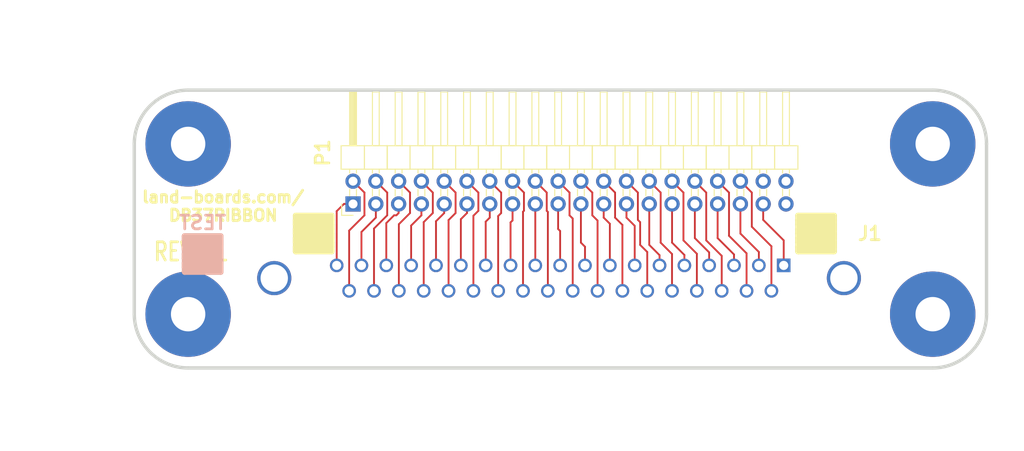
<source format=kicad_pcb>
(kicad_pcb (version 20211014) (generator pcbnew)
  (title_block (title "SWLEDX8") (date "2017-05-28") (rev "X1") (company "Land Boards, LLC"))
  (layers (0 "F.Cu" signal "Front") (31 "B.Cu" signal "Back") (36 "B.SilkS" user "B.Silkscreen") (37 "F.SilkS" user "F.Silkscreen") (38 "B.Mask" user) (39 "F.Mask" user) (44 "Edge.Cuts" user))
  (net 0 "")
  (net 1 "Net-(J1-Pad1)")
  (net 2 "Net-(J1-Pad2)")
  (net 3 "Net-(J1-Pad3)")
  (net 4 "Net-(J1-Pad4)")
  (net 5 "Net-(J1-Pad5)")
  (net 6 "Net-(J1-Pad6)")
  (net 7 "Net-(J1-Pad7)")
  (net 8 "Net-(J1-Pad8)")
  (net 9 "Net-(J1-Pad9)")
  (net 10 "Net-(J1-Pad10)")
  (net 11 "Net-(J1-Pad11)")
  (net 12 "Net-(J1-Pad12)")
  (net 13 "Net-(J1-Pad13)")
  (net 14 "Net-(J1-Pad14)")
  (net 15 "Net-(J1-Pad15)")
  (net 16 "Net-(J1-Pad16)")
  (net 17 "Net-(J1-Pad17)")
  (net 18 "Net-(J1-Pad18)")
  (net 19 "Net-(J1-Pad19)")
  (net 20 "Net-(J1-Pad20)")
  (net 21 "Net-(J1-Pad21)")
  (net 22 "Net-(J1-Pad22)")
  (net 23 "Net-(J1-Pad23)")
  (net 24 "Net-(J1-Pad24)")
  (net 25 "Net-(J1-Pad25)")
  (net 26 "Net-(J1-Pad26)")
  (net 27 "Net-(J1-Pad27)")
  (net 28 "Net-(J1-Pad28)")
  (net 29 "Net-(J1-Pad29)")
  (net 30 "Net-(J1-Pad30)")
  (net 31 "Net-(J1-Pad31)")
  (net 32 "Net-(J1-Pad32)")
  (net 33 "Net-(J1-Pad33)")
  (net 34 "Net-(J1-Pad34)")
  (net 35 "Net-(J1-Pad35)")
  (net 36 "Net-(J1-Pad36)")
  (net 37 "Net-(J1-Pad37)")
  (footprint "Pin_Headers:Pin_Header_Angled_2x20_Pitch2.54mm" (layer "F.Cu") (at 24.384 12.7 90)
    (fp_text reference "P1" (at 5.7 -3.384 90) (layer "F.SilkS") (effects (font (size 1.524 1.524) (thickness 0.3048))))
    (fp_text value "CONN_01X40" hide)
    (fp_line (start 3.88 3.81) (end 6.5 3.81) (layer "F.SilkS") (width 0.12))
    (fp_line (start 12.5 17.4) (end 6.5 17.4) (layer "F.SilkS") (width 0.12))
    (fp_line (start 3.88 3.81) (end 3.88 6.35) (layer "F.SilkS") (width 0.12))
    (fp_line (start 6.5 46.99) (end 6.5 44.45) (layer "F.SilkS") (width 0.12))
    (fp_line (start 12.5 28.32) (end 12.5 27.56) (layer "F.SilkS") (width 0.12))
    (fp_line (start 6.5 13.97) (end 6.5 11.43) (layer "F.SilkS") (width 0.12))
    (fp_line (start 3.88 44.45) (end 3.88 46.99) (layer "F.SilkS") (width 0.12))
    (fp_line (start 0.91 14.86) (end 1.63 14.86) (layer "F.SilkS") (width 0.12))
    (fp_line (start 6.5 -0.02) (end 12.5 -0.02) (layer "F.SilkS") (width 0.12))
    (fp_line (start 6.5 29.21) (end 3.88 29.21) (layer "F.SilkS") (width 0.12))
    (fp_line (start 3.45 30.86) (end 3.88 30.86) (layer "F.SilkS") (width 0.12))
    (fp_line (start 3.88 21.59) (end 6.5 21.59) (layer "F.SilkS") (width 0.12))
    (fp_line (start 3.45 41.02) (end 3.88 41.02) (layer "F.SilkS") (width 0.12))
    (fp_line (start 0.91 27.56) (end 1.63 27.56) (layer "F.SilkS") (width 0.12))
    (fp_line (start 12.5 40.26) (end 6.5 40.26) (layer "F.SilkS") (width 0.12))
    (fp_line (start 3.88 1.27) (end 6.5 1.27) (layer "F.SilkS") (width 0.12))
    (fp_line (start 6.5 12.32) (end 6.5 13.08) (layer "F.SilkS") (width 0.12))
    (fp_line (start 3.88 36.83) (end 6.5 36.83) (layer "F.SilkS") (width 0.12))
    (fp_line (start 6.5 8.89) (end 6.5 6.35) (layer "F.SilkS") (width 0.12))
    (fp_line (start 12.5 12.32) (end 6.5 12.32) (layer "F.SilkS") (width 0.12))
    (fp_line (start 3.88 26.67) (end 6.5 26.67) (layer "F.SilkS") (width 0.12))
    (fp_line (start 0.91 28.32) (end 1.63 28.32) (layer "F.SilkS") (width 0.12))
    (fp_line (start 0.91 35.18) (end 1.63 35.18) (layer "F.SilkS") (width 0.12))
    (fp_line (start 3.45 19.94) (end 3.88 19.94) (layer "F.SilkS") (width 0.12))
    (fp_line (start 6.5 17.4) (end 6.5 18.16) (layer "F.SilkS") (width 0.12))
    (fp_line (start 3.45 43.56) (end 3.88 43.56) (layer "F.SilkS") (width 0.12))
    (fp_line (start 6.5 22.48) (end 6.5 23.24) (layer "F.SilkS") (width 0.12))
    (fp_line (start 6.5 26.67) (end 6.5 24.13) (layer "F.SilkS") (width 0.12))
    (fp_line (start 3.88 6.35) (end 3.88 8.89) (layer "F.SilkS") (width 0.12))
    (fp_line (start 6.5 3.81) (end 3.88 3.81) (layer "F.SilkS") (width 0.12))
    (fp_line (start 6.5 34.29) (end 6.5 31.75) (layer "F.SilkS") (width 0.12))
    (fp_line (start 6.5 8.89) (end 3.88 8.89) (layer "F.SilkS") (width 0.12))
    (fp_line (start 6.5 11.43) (end 3.88 11.43) (layer "F.SilkS") (width 0.12))
    (fp_line (start 12.5 37.72) (end 6.5 37.72) (layer "F.SilkS") (width 0.12))
    (fp_line (start -1.27 0) (end -1.27 -1.27) (layer "F.SilkS") (width 0.12))
    (fp_line (start 6.5 24.13) (end 3.88 24.13) (layer "F.SilkS") (width 0.12))
    (fp_line (start 6.5 49.59) (end 6.5 46.99) (layer "F.SilkS") (width 0.12))
    (fp_line (start 3.45 47.88) (end 3.88 47.88) (layer "F.SilkS") (width 0.12))
    (fp_line (start 3.88 1.27) (end 3.88 3.81) (layer "F.SilkS") (width 0.12))
    (fp_line (start 12.5 27.56) (end 6.5 27.56) (layer "F.SilkS") (width 0.12))
    (fp_line (start 6.5 5.46) (end 12.5 5.46) (layer "F.SilkS") (width 0.12))
    (fp_line (start 6.5 11.43) (end 6.5 8.89) (layer "F.SilkS") (width 0.12))
    (fp_line (start 12.5 45.34) (end 6.5 45.34) (layer "F.SilkS") (width 0.12))
    (fp_line (start 0.91 25.02) (end 1.63 25.02) (layer "F.SilkS") (width 0.12))
    (fp_line (start 0.91 38.48) (end 1.63 38.48) (layer "F.SilkS") (width 0.12))
    (fp_line (start 0.91 40.26) (end 1.63 40.26) (layer "F.SilkS") (width 0.12))
    (fp_line (start 6.5 39.37) (end 3.88 39.37) (layer "F.SilkS") (width 0.12))
    (fp_line (start 3.88 29.21) (end 3.88 31.75) (layer "F.SilkS") (width 0.12))
    (fp_line (start 12.5 47.88) (end 6.5 47.88) (layer "F.SilkS") (width 0.12))
    (fp_line (start 0.91 -0.38) (end 1.63 -0.38) (layer "F.SilkS") (width 0.12))
    (fp_line (start 12.5 23.24) (end 12.5 22.48) (layer "F.SilkS") (width 0.12))
    (fp_line (start 3.45 42.8) (end 3.88 42.8) (layer "F.SilkS") (width 0.12))
    (fp_line (start 3.45 2.92) (end 3.88 2.92) (layer "F.SilkS") (width 0.12))
    (fp_line (start 12.5 43.56) (end 12.5 42.8) (layer "F.SilkS") (width 0.12))
    (fp_line (start 12.5 0.38) (end 12.5 -0.38) (layer "F.SilkS") (width 0.12))
    (fp_line (start 0.91 30.86) (end 1.63 30.86) (layer "F.SilkS") (width 0.12))
    (fp_line (start 12.5 35.94) (end 12.5 35.18) (layer "F.SilkS") (width 0.12))
    (fp_line (start 6.5 13.08) (end 12.5 13.08) (layer "F.SilkS") (width 0.12))
    (fp_line (start 6.5 29.21) (end 6.5 26.67) (layer "F.SilkS") (width 0.12))
    (fp_line (start 12.5 41.02) (end 12.5 40.26) (layer "F.SilkS") (width 0.12))
    (fp_line (start 6.5 33.4) (end 12.5 33.4) (layer "F.SilkS") (width 0.12))
    (fp_line (start 6.5 4.7) (end 6.5 5.46) (layer "F.SilkS") (width 0.12))
    (fp_line (start 12.5 5.46) (end 12.5 4.7) (layer "F.SilkS") (width 0.12))
    (fp_line (start 6.5 41.91) (end 6.5 39.37) (layer "F.SilkS") (width 0.12))
    (fp_line (start 6.5 7.24) (end 6.5 8) (layer "F.SilkS") (width 0.12))
    (fp_line (start 12.5 9.78) (end 6.5 9.78) (layer "F.SilkS") (width 0.12))
    (fp_line (start 6.5 48.64) (end 12.5 48.64) (layer "F.SilkS") (width 0.12))
    (fp_line (start 6.5 32.64) (end 6.5 33.4) (layer "F.SilkS") (width 0.12))
    (fp_line (start 0.91 4.7) (end 1.63 4.7) (layer "F.SilkS") (width 0.12))
    (fp_line (start 0.91 42.8) (end 1.63 42.8) (layer "F.SilkS") (width 0.12))
    (fp_line (start 6.5 31.75) (end 6.5 29.21) (layer "F.SilkS") (width 0.12))
    (fp_line (start 12.5 8) (end 12.5 7.24) (layer "F.SilkS") (width 0.12))
    (fp_line (start 0.91 15.62) (end 1.63 15.62) (layer "F.SilkS") (width 0.12))
    (fp_line (start 6.5 0.1) (end 12.5 0.1) (layer "F.SilkS") (width 0.12))
    (fp_line (start 12.5 18.16) (end 12.5 17.4) (layer "F.SilkS") (width 0.12))
    (fp_line (start 3.45 15.62) (end 3.88 15.62) (layer "F.SilkS") (width 0.12))
    (fp_line (start 3.45 48.64) (end 3.88 48.64) (layer "F.SilkS") (width 0.12))
    (fp_line (start 6.5 23.24) (end 12.5 23.24) (layer "F.SilkS") (width 0.12))
    (fp_line (start -1.27 -1.27) (end 0 -1.27) (layer "F.SilkS") (width 0.12))
    (fp_line (start 6.5 -0.26) (end 12.5 -0.26) (layer "F.SilkS") (width 0.12))
    (fp_line (start 6.5 45.34) (end 6.5 46.1) (layer "F.SilkS") (width 0.12))
    (fp_line (start 3.45 25.02) (end 3.88 25.02) (layer "F.SilkS") (width 0.12))
    (fp_line (start 0.91 47.88) (end 1.63 47.88) (layer "F.SilkS") (width 0.12))
    (fp_line (start 6.5 35.94) (end 12.5 35.94) (layer "F.SilkS") (width 0.12))
    (fp_line (start 3.45 23.24) (end 3.88 23.24) (layer "F.SilkS") (width 0.12))
    (fp_line (start 3.45 25.78) (end 3.88 25.78) (layer "F.SilkS") (width 0.12))
    (fp_line (start 6.5 40.26) (end 6.5 41.02) (layer "F.SilkS") (width 0.12))
    (fp_line (start 0.91 45.34) (end 1.63 45.34) (layer "F.SilkS") (width 0.12))
    (fp_line (start 3.88 19.05) (end 6.5 19.05) (layer "F.SilkS") (width 0.12))
    (fp_line (start 3.45 2.16) (end 3.88 2.16) (layer "F.SilkS") (width 0.12))
    (fp_line (start 12.5 30.86) (end 12.5 30.1) (layer "F.SilkS") (width 0.12))
    (fp_line (start 3.88 11.43) (end 3.88 13.97) (layer "F.SilkS") (width 0.12))
    (fp_line (start 12.5 2.92) (end 12.5 2.16) (layer "F.SilkS") (width 0.12))
    (fp_line (start 6.5 0.38) (end 12.5 0.38) (layer "F.SilkS") (width 0.12))
    (fp_line (start 6.5 31.75) (end 3.88 31.75) (layer "F.SilkS") (width 0.12))
    (fp_line (start 3.45 4.7) (end 3.88 4.7) (layer "F.SilkS") (width 0.12))
    (fp_line (start 3.45 33.4) (end 3.88 33.4) (layer "F.SilkS") (width 0.12))
    (fp_line (start 6.5 47.88) (end 6.5 48.64) (layer "F.SilkS") (width 0.12))
    (fp_line (start 6.5 20.7) (end 12.5 20.7) (layer "F.SilkS") (width 0.12))
    (fp_line (start 3.45 0.38) (end 3.88 0.38) (layer "F.SilkS") (width 0.12))
    (fp_line (start 6.5 26.67) (end 3.88 26.67) (layer "F.SilkS") (width 0.12))
    (fp_line (start 6.5 30.86) (end 12.5 30.86) (layer "F.SilkS") (width 0.12))
    (fp_line (start 6.5 34.29) (end 3.88 34.29) (layer "F.SilkS") (width 0.12))
    (fp_line (start 3.88 13.97) (end 3.88 16.51) (layer "F.SilkS") (width 0.12))
    (fp_line (start 6.5 6.35) (end 6.5 3.81) (layer "F.SilkS") (width 0.12))
    (fp_line (start 12.5 22.48) (end 6.5 22.48) (layer "F.SilkS") (width 0.12))
    (fp_line (start 0.91 25.78) (end 1.63 25.78) (layer "F.SilkS") (width 0.12))
    (fp_line (start 6.5 14.86) (end 6.5 15.62) (layer "F.SilkS") (width 0.12))
    (fp_line (start 6.5 46.99) (end 3.88 46.99) (layer "F.SilkS") (width 0.12))
    (fp_line (start 0.91 23.24) (end 1.63 23.24) (layer "F.SilkS") (width 0.12))
    (fp_line (start 3.88 41.91) (end 6.5 41.91) (layer "F.SilkS") (width 0.12))
    (fp_line (start 12.5 15.62) (end 12.5 14.86) (layer "F.SilkS") (width 0.12))
    (fp_line (start 3.45 46.1) (end 3.88 46.1) (layer "F.SilkS") (width 0.12))
    (fp_line (start 0.91 18.16) (end 1.63 18.16) (layer "F.SilkS") (width 0.12))
    (fp_line (start 3.45 14.86) (end 3.88 14.86) (layer "F.SilkS") (width 0.12))
    (fp_line (start 12.5 4.7) (end 6.5 4.7) (layer "F.SilkS") (width 0.12))
    (fp_line (start 12.5 19.94) (end 6.5 19.94) (layer "F.SilkS") (width 0.12))
    (fp_line (start 0.91 20.7) (end 1.63 20.7) (layer "F.SilkS") (width 0.12))
    (fp_line (start 12.5 38.48) (end 12.5 37.72) (layer "F.SilkS") (width 0.12))
    (fp_line (start 6.5 44.45) (end 3.88 44.45) (layer "F.SilkS") (width 0.12))
    (fp_line (start 0.91 0.38) (end 1.63 0.38) (layer "F.SilkS") (width 0.12))
    (fp_line (start 12.5 25.78) (end 12.5 25.02) (layer "F.SilkS") (width 0.12))
    (fp_line (start 3.88 8.89) (end 6.5 8.89) (layer "F.SilkS") (width 0.12))
    (fp_line (start 3.45 18.16) (end 3.88 18.16) (layer "F.SilkS") (width 0.12))
    (fp_line (start 6.5 8) (end 12.5 8) (layer "F.SilkS") (width 0.12))
    (fp_line (start 3.45 37.72) (end 3.88 37.72) (layer "F.SilkS") (width 0.12))
    (fp_line (start 6.5 -0.14) (end 12.5 -0.14) (layer "F.SilkS") (width 0.12))
    (fp_line (start 0.91 32.64) (end 1.63 32.64) (layer "F.SilkS") (width 0.12))
    (fp_line (start 3.88 34.29) (end 3.88 36.83) (layer "F.SilkS") (width 0.12))
    (fp_line (start 6.5 1.27) (end 6.5 -1.33) (layer "F.SilkS") (width 0.12))
    (fp_line (start 12.5 32.64) (end 6.5 32.64) (layer "F.SilkS") (width 0.12))
    (fp_line (start 0.91 35.94) (end 1.63 35.94) (layer "F.SilkS") (width 0.12))
    (fp_line (start 3.88 46.99) (end 3.88 49.59) (layer "F.SilkS") (width 0.12))
    (fp_line (start 3.88 39.37) (end 6.5 39.37) (layer "F.SilkS") (width 0.12))
    (fp_line (start 3.45 13.08) (end 3.88 13.08) (layer "F.SilkS") (width 0.12))
    (fp_line (start 3.88 31.75) (end 6.5 31.75) (layer "F.SilkS") (width 0.12))
    (fp_line (start 3.45 -0.38) (end 3.88 -0.38) (layer "F.SilkS") (width 0.12))
    (fp_line (start 12.5 25.02) (end 6.5 25.02) (layer "F.SilkS") (width 0.12))
    (fp_line (start 6.5 16.51) (end 3.88 16.51) (layer "F.SilkS") (width 0.12))
    (fp_line (start 0.91 30.1) (end 1.63 30.1) (layer "F.SilkS") (width 0.12))
    (fp_line (start 6.5 46.1) (end 12.5 46.1) (layer "F.SilkS") (width 0.12))
    (fp_line (start 0.91 17.4) (end 1.63 17.4) (layer "F.SilkS") (width 0.12))
    (fp_line (start 12.5 42.8) (end 6.5 42.8) (layer "F.SilkS") (width 0.12))
    (fp_line (start 12.5 10.54) (end 12.5 9.78) (layer "F.SilkS") (width 0.12))
    (fp_line (start 3.45 5.46) (end 3.88 5.46) (layer "F.SilkS") (width 0.12))
    (fp_line (start 3.88 13.97) (end 6.5 13.97) (layer "F.SilkS") (width 0.12))
    (fp_line (start 3.88 39.37) (end 3.88 41.91) (layer "F.SilkS") (width 0.12))
    (fp_line (start 6.5 27.56) (end 6.5 28.32) (layer "F.SilkS") (width 0.12))
    (fp_line (start 0.91 2.16) (end 1.63 2.16) (layer "F.SilkS") (width 0.12))
    (fp_line (start 6.5 6.35) (end 3.88 6.35) (layer "F.SilkS") (width 0.12))
    (fp_line (start 6.5 13.97) (end 3.88 13.97) (layer "F.SilkS") (width 0.12))
    (fp_line (start 0.91 37.72) (end 1.63 37.72) (layer "F.SilkS") (width 0.12))
    (fp_line (start 3.88 -1.33) (end 3.88 1.27) (layer "F.SilkS") (width 0.12))
    (fp_line (start 3.88 46.99) (end 6.5 46.99) (layer "F.SilkS") (width 0.12))
    (fp_line (start 6.5 21.59) (end 6.5 19.05) (layer "F.SilkS") (width 0.12))
    (fp_line (start 3.45 32.64) (end 3.88 32.64) (layer "F.SilkS") (width 0.12))
    (fp_line (start 6.5 30.1) (end 6.5 30.86) (layer "F.SilkS") (width 0.12))
    (fp_line (start 6.5 1.27) (end 3.88 1.27) (layer "F.SilkS") (width 0.12))
    (fp_line (start 3.45 35.18) (end 3.88 35.18) (layer "F.SilkS") (width 0.12))
    (fp_line (start 6.5 25.78) (end 12.5 25.78) (layer "F.SilkS") (width 0.12))
    (fp_line (start 6.5 2.92) (end 12.5 2.92) (layer "F.SilkS") (width 0.12))
    (fp_line (start 6.5 16.51) (end 6.5 13.97) (layer "F.SilkS") (width 0.12))
    (fp_line (start 3.45 30.1) (end 3.88 30.1) (layer "F.SilkS") (width 0.12))
    (fp_line (start 0.91 9.78) (end 1.63 9.78) (layer "F.SilkS") (width 0.12))
    (fp_line (start 6.5 24.13) (end 6.5 21.59) (layer "F.SilkS") (width 0.12))
    (fp_line (start 12.5 13.08) (end 12.5 12.32) (layer "F.SilkS") (width 0.12))
    (fp_line (start 3.88 49.59) (end 6.5 49.59) (layer "F.SilkS") (width 0.12))
    (fp_line (start 0.91 5.46) (end 1.63 5.46) (layer "F.SilkS") (width 0.12))
    (fp_line (start 6.5 18.16) (end 12.5 18.16) (layer "F.SilkS") (width 0.12))
    (fp_line (start 12.5 46.1) (end 12.5 45.34) (layer "F.SilkS") (width 0.12))
    (fp_line (start 6.5 37.72) (end 6.5 38.48) (layer "F.SilkS") (width 0.12))
    (fp_line (start 0.91 33.4) (end 1.63 33.4) (layer "F.SilkS") (width 0.12))
    (fp_line (start 6.5 38.48) (end 12.5 38.48) (layer "F.SilkS") (width 0.12))
    (fp_line (start 3.45 27.56) (end 3.88 27.56) (layer "F.SilkS") (width 0.12))
    (fp_line (start 3.88 19.05) (end 3.88 21.59) (layer "F.SilkS") (width 0.12))
    (fp_line (start 0.91 8) (end 1.63 8) (layer "F.SilkS") (width 0.12))
    (fp_line (start 3.45 40.26) (end 3.88 40.26) (layer "F.SilkS") (width 0.12))
    (fp_line (start 6.5 19.05) (end 3.88 19.05) (layer "F.SilkS") (width 0.12))
    (fp_line (start 3.88 26.67) (end 3.88 29.21) (layer "F.SilkS") (width 0.12))
    (fp_line (start 12.5 -0.38) (end 6.5 -0.38) (layer "F.SilkS") (width 0.12))
    (fp_line (start 12.5 20.7) (end 12.5 19.94) (layer "F.SilkS") (width 0.12))
    (fp_line (start 12.5 2.16) (end 6.5 2.16) (layer "F.SilkS") (width 0.12))
    (fp_line (start 3.88 16.51) (end 6.5 16.51) (layer "F.SilkS") (width 0.12))
    (fp_line (start 3.45 7.24) (end 3.88 7.24) (layer "F.SilkS") (width 0.12))
    (fp_line (start 0.91 22.48) (end 1.63 22.48) (layer "F.SilkS") (width 0.12))
    (fp_line (start 0.91 2.92) (end 1.63 2.92) (layer "F.SilkS") (width 0.12))
    (fp_line (start 6.5 43.56) (end 12.5 43.56) (layer "F.SilkS") (width 0.12))
    (fp_line (start 6.5 42.8) (end 6.5 43.56) (layer "F.SilkS") (width 0.12))
    (fp_line (start 6.5 -0.38) (end 6.5 0.38) (layer "F.SilkS") (width 0.12))
    (fp_line (start 6.5 2.16) (end 6.5 2.92) (layer "F.SilkS") (width 0.12))
    (fp_line (start 12.5 35.18) (end 6.5 35.18) (layer "F.SilkS") (width 0.12))
    (fp_line (start 12.5 48.64) (end 12.5 47.88) (layer "F.SilkS") (width 0.12))
    (fp_line (start 3.88 6.35) (end 6.5 6.35) (layer "F.SilkS") (width 0.12))
    (fp_line (start 3.45 45.34) (end 3.88 45.34) (layer "F.SilkS") (width 0.12))
    (fp_line (start 6.5 10.54) (end 12.5 10.54) (layer "F.SilkS") (width 0.12))
    (fp_line (start 0.91 13.08) (end 1.63 13.08) (layer "F.SilkS") (width 0.12))
    (fp_line (start 3.88 8.89) (end 3.88 11.43) (layer "F.SilkS") (width 0.12))
    (fp_line (start 6.5 19.05) (end 6.5 16.51) (layer "F.SilkS") (width 0.12))
    (fp_line (start 6.5 35.18) (end 6.5 35.94) (layer "F.SilkS") (width 0.12))
    (fp_line (start 6.5 25.02) (end 6.5 25.78) (layer "F.SilkS") (width 0.12))
    (fp_line (start 6.5 36.83) (end 6.5 34.29) (layer "F.SilkS") (width 0.12))
    (fp_line (start 3.88 11.43) (end 6.5 11.43) (layer "F.SilkS") (width 0.12))
    (fp_line (start 3.45 10.54) (end 3.88 10.54) (layer "F.SilkS") (width 0.12))
    (fp_line (start 6.5 44.45) (end 6.5 41.91) (layer "F.SilkS") (width 0.12))
    (fp_line (start 12.5 30.1) (end 6.5 30.1) (layer "F.SilkS") (width 0.12))
    (fp_line (start 3.45 17.4) (end 3.88 17.4) (layer "F.SilkS") (width 0.12))
    (fp_line (start 0.91 43.56) (end 1.63 43.56) (layer "F.SilkS") (width 0.12))
    (fp_line (start 3.45 22.48) (end 3.88 22.48) (layer "F.SilkS") (width 0.12))
    (fp_line (start 0.91 48.64) (end 1.63 48.64) (layer "F.SilkS") (width 0.12))
    (fp_line (start 6.5 0.22) (end 12.5 0.22) (layer "F.SilkS") (width 0.12))
    (fp_line (start 3.88 24.13) (end 6.5 24.13) (layer "F.SilkS") (width 0.12))
    (fp_line (start 3.88 29.21) (end 6.5 29.21) (layer "F.SilkS") (width 0.12))
    (fp_line (start 3.88 41.91) (end 3.88 44.45) (layer "F.SilkS") (width 0.12))
    (fp_line (start 3.88 31.75) (end 3.88 34.29) (layer "F.SilkS") (width 0.12))
    (fp_line (start 0.91 41.02) (end 1.63 41.02) (layer "F.SilkS") (width 0.12))
    (fp_line (start 0.91 10.54) (end 1.63 10.54) (layer "F.SilkS") (width 0.12))
    (fp_line (start 6.5 15.62) (end 12.5 15.62) (layer "F.SilkS") (width 0.12))
    (fp_line (start 6.5 -1.33) (end 3.88 -1.33) (layer "F.SilkS") (width 0.12))
    (fp_line (start 6.5 9.78) (end 6.5 10.54) (layer "F.SilkS") (width 0.12))
    (fp_line (start 3.88 44.45) (end 6.5 44.45) (layer "F.SilkS") (width 0.12))
    (fp_line (start 3.45 38.48) (end 3.88 38.48) (layer "F.SilkS") (width 0.12))
    (fp_line (start 0.91 7.24) (end 1.63 7.24) (layer "F.SilkS") (width 0.12))
    (fp_line (start 6.5 36.83) (end 3.88 36.83) (layer "F.SilkS") (width 0.12))
    (fp_line (start 3.45 20.7) (end 3.88 20.7) (layer "F.SilkS") (width 0.12))
    (fp_line (start 12.5 14.86) (end 6.5 14.86) (layer "F.SilkS") (width 0.12))
    (fp_line (start 0.91 12.32) (end 1.63 12.32) (layer "F.SilkS") (width 0.12))
    (fp_line (start 12.5 7.24) (end 6.5 7.24) (layer "F.SilkS") (width 0.12))
    (fp_line (start 6.5 39.37) (end 6.5 36.83) (layer "F.SilkS") (width 0.12))
    (fp_line (start 3.45 9.78) (end 3.88 9.78) (layer "F.SilkS") (width 0.12))
    (fp_line (start 3.45 35.94) (end 3.88 35.94) (layer "F.SilkS") (width 0.12))
    (fp_line (start 3.88 24.13) (end 3.88 26.67) (layer "F.SilkS") (width 0.12))
    (fp_line (start 6.5 28.32) (end 12.5 28.32) (layer "F.SilkS") (width 0.12))
    (fp_line (start 0.91 19.94) (end 1.63 19.94) (layer "F.SilkS") (width 0.12))
    (fp_line (start 3.88 36.83) (end 3.88 39.37) (layer "F.SilkS") (width 0.12))
    (fp_line (start 3.88 21.59) (end 3.88 24.13) (layer "F.SilkS") (width 0.12))
    (fp_line (start 3.45 8) (end 3.88 8) (layer "F.SilkS") (width 0.12))
    (fp_line (start 6.5 41.91) (end 3.88 41.91) (layer "F.SilkS") (width 0.12))
    (fp_line (start 3.88 16.51) (end 3.88 19.05) (layer "F.SilkS") (width 0.12))
    (fp_line (start 0.91 46.1) (end 1.63 46.1) (layer "F.SilkS") (width 0.12))
    (fp_line (start 6.5 3.81) (end 6.5 1.27) (layer "F.SilkS") (width 0.12))
    (fp_line (start 3.88 34.29) (end 6.5 34.29) (layer "F.SilkS") (width 0.12))
    (fp_line (start 6.5 21.59) (end 3.88 21.59) (layer "F.SilkS") (width 0.12))
    (fp_line (start 6.5 0.34) (end 12.5 0.34) (layer "F.SilkS") (width 0.12))
    (fp_line (start 6.5 19.94) (end 6.5 20.7) (layer "F.SilkS") (width 0.12))
    (fp_line (start 3.45 28.32) (end 3.88 28.32) (layer "F.SilkS") (width 0.12))
    (fp_line (start 12.5 33.4) (end 12.5 32.64) (layer "F.SilkS") (width 0.12))
    (fp_line (start 6.5 41.02) (end 12.5 41.02) (layer "F.SilkS") (width 0.12))
    (fp_line (start 3.45 12.32) (end 3.88 12.32) (layer "F.SilkS") (width 0.12))
    (pad "1" thru_hole rect locked (at 0 0 90) (size 1.7 1.7) (drill 1) (layers *.Cu *.Mask) (net 19 "Net-(J1-Pad19)"))
    (pad "2" thru_hole oval locked (at 2.54 0 90) (size 1.7 1.7) (drill 1) (layers *.Cu *.Mask) (net 37 "Net-(J1-Pad37)"))
    (pad "3" thru_hole oval locked (at 0 2.54 90) (size 1.7 1.7) (drill 1) (layers *.Cu *.Mask) (net 18 "Net-(J1-Pad18)"))
    (pad "4" thru_hole oval locked (at 2.54 2.54 90) (size 1.7 1.7) (drill 1) (layers *.Cu *.Mask) (net 36 "Net-(J1-Pad36)"))
    (pad "5" thru_hole oval locked (at 0 5.08 90) (size 1.7 1.7) (drill 1) (layers *.Cu *.Mask) (net 17 "Net-(J1-Pad17)"))
    (pad "6" thru_hole oval locked (at 2.54 5.08 90) (size 1.7 1.7) (drill 1) (layers *.Cu *.Mask) (net 35 "Net-(J1-Pad35)"))
    (pad "7" thru_hole oval locked (at 0 7.62 90) (size 1.7 1.7) (drill 1) (layers *.Cu *.Mask) (net 16 "Net-(J1-Pad16)"))
    (pad "8" thru_hole oval locked (at 2.54 7.62 90) (size 1.7 1.7) (drill 1) (layers *.Cu *.Mask) (net 34 "Net-(J1-Pad34)"))
    (pad "9" thru_hole oval locked (at 0 10.16 90) (size 1.7 1.7) (drill 1) (layers *.Cu *.Mask) (net 15 "Net-(J1-Pad15)"))
    (pad "10" thru_hole oval locked (at 2.54 10.16 90) (size 1.7 1.7) (drill 1) (layers *.Cu *.Mask) (net 33 "Net-(J1-Pad33)"))
    (pad "11" thru_hole oval locked (at 0 12.7 90) (size 1.7 1.7) (drill 1) (layers *.Cu *.Mask) (net 14 "Net-(J1-Pad14)"))
    (pad "12" thru_hole oval locked (at 2.54 12.7 90) (size 1.7 1.7) (drill 1) (layers *.Cu *.Mask) (net 32 "Net-(J1-Pad32)"))
    (pad "13" thru_hole oval locked (at 0 15.24 90) (size 1.7 1.7) (drill 1) (layers *.Cu *.Mask) (net 13 "Net-(J1-Pad13)"))
    (pad "14" thru_hole oval locked (at 2.54 15.24 90) (size 1.7 1.7) (drill 1) (layers *.Cu *.Mask) (net 31 "Net-(J1-Pad31)"))
    (pad "15" thru_hole oval locked (at 0 17.78 90) (size 1.7 1.7) (drill 1) (layers *.Cu *.Mask) (net 12 "Net-(J1-Pad12)"))
    (pad "16" thru_hole oval locked (at 2.54 17.78 90) (size 1.7 1.7) (drill 1) (layers *.Cu *.Mask) (net 30 "Net-(J1-Pad30)"))
    (pad "17" thru_hole oval locked (at 0 20.32 90) (size 1.7 1.7) (drill 1) (layers *.Cu *.Mask) (net 11 "Net-(J1-Pad11)"))
    (pad "18" thru_hole oval locked (at 2.54 20.32 90) (size 1.7 1.7) (drill 1) (layers *.Cu *.Mask) (net 29 "Net-(J1-Pad29)"))
    (pad "19" thru_hole oval locked (at 0 22.86 90) (size 1.7 1.7) (drill 1) (layers *.Cu *.Mask) (net 10 "Net-(J1-Pad10)"))
    (pad "20" thru_hole oval locked (at 2.54 22.86 90) (size 1.7 1.7) (drill 1) (layers *.Cu *.Mask) (net 28 "Net-(J1-Pad28)"))
    (pad "21" thru_hole oval locked (at 0 25.4 90) (size 1.7 1.7) (drill 1) (layers *.Cu *.Mask) (net 9 "Net-(J1-Pad9)"))
    (pad "22" thru_hole oval locked (at 2.54 25.4 90) (size 1.7 1.7) (drill 1) (layers *.Cu *.Mask) (net 27 "Net-(J1-Pad27)"))
    (pad "23" thru_hole oval locked (at 0 27.94 90) (size 1.7 1.7) (drill 1) (layers *.Cu *.Mask) (net 8 "Net-(J1-Pad8)"))
    (pad "24" thru_hole oval locked (at 2.54 27.94 90) (size 1.7 1.7) (drill 1) (layers *.Cu *.Mask) (net 26 "Net-(J1-Pad26)"))
    (pad "25" thru_hole oval locked (at 0 30.48 90) (size 1.7 1.7) (drill 1) (layers *.Cu *.Mask) (net 7 "Net-(J1-Pad7)"))
    (pad "26" thru_hole oval locked (at 2.54 30.48 90) (size 1.7 1.7) (drill 1) (layers *.Cu *.Mask) (net 25 "Net-(J1-Pad25)"))
    (pad "27" thru_hole oval locked (at 0 33.02 90) (size 1.7 1.7) (drill 1) (layers *.Cu *.Mask) (net 6 "Net-(J1-Pad6)"))
    (pad "28" thru_hole oval locked (at 2.54 33.02 90) (size 1.7 1.7) (drill 1) (layers *.Cu *.Mask) (net 24 "Net-(J1-Pad24)"))
    (pad "29" thru_hole oval locked (at 0 35.56 90) (size 1.7 1.7) (drill 1) (layers *.Cu *.Mask) (net 5 "Net-(J1-Pad5)"))
    (pad "30" thru_hole oval locked (at 2.54 35.56 90) (size 1.7 1.7) (drill 1) (layers *.Cu *.Mask) (net 23 "Net-(J1-Pad23)"))
    (pad "31" thru_hole oval locked (at 0 38.1 90) (size 1.7 1.7) (drill 1) (layers *.Cu *.Mask) (net 4 "Net-(J1-Pad4)"))
    (pad "32" thru_hole oval locked (at 2.54 38.1 90) (size 1.7 1.7) (drill 1) (layers *.Cu *.Mask) (net 22 "Net-(J1-Pad22)"))
    (pad "33" thru_hole oval locked (at 0 40.64 90) (size 1.7 1.7) (drill 1) (layers *.Cu *.Mask) (net 3 "Net-(J1-Pad3)"))
    (pad "34" thru_hole oval locked (at 2.54 40.64 90) (size 1.7 1.7) (drill 1) (layers *.Cu *.Mask) (net 21 "Net-(J1-Pad21)"))
    (pad "35" thru_hole oval locked (at 0 43.18 90) (size 1.7 1.7) (drill 1) (layers *.Cu *.Mask) (net 2 "Net-(J1-Pad2)"))
    (pad "36" thru_hole oval locked (at 2.54 43.18 90) (size 1.7 1.7) (drill 1) (layers *.Cu *.Mask) (net 20 "Net-(J1-Pad20)"))
    (pad "37" thru_hole oval locked (at 0 45.72 90) (size 1.7 1.7) (drill 1) (layers *.Cu *.Mask) (net 1 "Net-(J1-Pad1)"))
    (pad "38" thru_hole oval locked (at 2.54 45.72 90) (size 1.7 1.7) (drill 1) (layers *.Cu *.Mask))
    (pad "39" thru_hole oval locked (at 0 48.26 90) (size 1.7 1.7) (drill 1) (layers *.Cu *.Mask))
    (pad "40" thru_hole oval locked (at 2.54 48.26 90) (size 1.7 1.7) (drill 1) (layers *.Cu *.Mask))
  )
  (footprint "LandBoards_Conns:DB37FC_FIXED" (layer "F.Cu") (at 72.39 19.558 180)
    (fp_text reference "J1" (at -9.61 3.558) (layer "F.SilkS") (effects (font (size 1.524 1.524) (thickness 0.3048))))
    (fp_text value "DB37" hide)
    (pad "1" thru_hole rect locked (at 0 0) (size 1.52 1.52) (drill 1.02) (layers *.Cu *.Mask *.Fab) (net 1 "Net-(J1-Pad1)"))
    (pad "2" thru_hole circle locked (at 2.77 0) (size 1.52 1.52) (drill 1.02) (layers *.Cu *.Mask) (net 2 "Net-(J1-Pad2)"))
    (pad "3" thru_hole circle locked (at 5.54 0) (size 1.52 1.52) (drill 1.02) (layers *.Cu *.Mask) (net 3 "Net-(J1-Pad3)"))
    (pad "4" thru_hole circle locked (at 8.31 0) (size 1.52 1.52) (drill 1.02) (layers *.Cu *.Mask) (net 4 "Net-(J1-Pad4)"))
    (pad "5" thru_hole circle locked (at 11.07 0) (size 1.52 1.52) (drill 1.02) (layers *.Cu *.Mask) (net 5 "Net-(J1-Pad5)"))
    (pad "6" thru_hole circle locked (at 13.84 0) (size 1.52 1.52) (drill 1.02) (layers *.Cu *.Mask) (net 6 "Net-(J1-Pad6)"))
    (pad "7" thru_hole circle locked (at 16.61 0) (size 1.52 1.52) (drill 1.02) (layers *.Cu *.Mask) (net 7 "Net-(J1-Pad7)"))
    (pad "8" thru_hole circle locked (at 19.38 0) (size 1.52 1.52) (drill 1.02) (layers *.Cu *.Mask) (net 8 "Net-(J1-Pad8)"))
    (pad "9" thru_hole circle locked (at 22.15 0) (size 1.52 1.52) (drill 1.02) (layers *.Cu *.Mask) (net 9 "Net-(J1-Pad9)"))
    (pad "10" thru_hole circle locked (at 24.92 0) (size 1.52 1.52) (drill 1.02) (layers *.Cu *.Mask) (net 10 "Net-(J1-Pad10)"))
    (pad "11" thru_hole circle locked (at 27.69 0) (size 1.52 1.52) (drill 1.02) (layers *.Cu *.Mask) (net 11 "Net-(J1-Pad11)"))
    (pad "12" thru_hole circle locked (at 30.45 0) (size 1.52 1.52) (drill 1.02) (layers *.Cu *.Mask) (net 12 "Net-(J1-Pad12)"))
    (pad "13" thru_hole circle locked (at 33.22 0) (size 1.52 1.52) (drill 1.02) (layers *.Cu *.Mask) (net 13 "Net-(J1-Pad13)"))
    (pad "14" thru_hole circle locked (at 35.99 0) (size 1.52 1.52) (drill 1.02) (layers *.Cu *.Mask) (net 14 "Net-(J1-Pad14)"))
    (pad "15" thru_hole circle locked (at 38.76 0) (size 1.52 1.52) (drill 1.02) (layers *.Cu *.Mask) (net 15 "Net-(J1-Pad15)"))
    (pad "16" thru_hole circle locked (at 41.53 0) (size 1.52 1.52) (drill 1.02) (layers *.Cu *.Mask) (net 16 "Net-(J1-Pad16)"))
    (pad "17" thru_hole circle locked (at 44.3 0) (size 1.52 1.52) (drill 1.02) (layers *.Cu *.Mask) (net 17 "Net-(J1-Pad17)"))
    (pad "18" thru_hole circle locked (at 47.07 0) (size 1.52 1.52) (drill 1.02) (layers *.Cu *.Mask) (net 18 "Net-(J1-Pad18)"))
    (pad "19" thru_hole circle locked (at 49.83 0) (size 1.52 1.52) (drill 1.02) (layers *.Cu *.Mask) (net 19 "Net-(J1-Pad19)"))
    (pad "20" thru_hole circle locked (at 1.37 -2.84) (size 1.52 1.52) (drill 1.02) (layers *.Cu *.Mask) (net 20 "Net-(J1-Pad20)"))
    (pad "21" thru_hole circle locked (at 4.14 -2.84) (size 1.52 1.52) (drill 1.02) (layers *.Cu *.Mask) (net 21 "Net-(J1-Pad21)"))
    (pad "22" thru_hole circle locked (at 6.91 -2.84) (size 1.52 1.52) (drill 1.02) (layers *.Cu *.Mask) (net 22 "Net-(J1-Pad22)"))
    (pad "23" thru_hole circle locked (at 9.68 -2.84) (size 1.52 1.52) (drill 1.02) (layers *.Cu *.Mask) (net 23 "Net-(J1-Pad23)"))
    (pad "24" thru_hole circle locked (at 12.45 -2.84) (size 1.52 1.52) (drill 1.02) (layers *.Cu *.Mask) (net 24 "Net-(J1-Pad24)"))
    (pad "25" thru_hole circle locked (at 15.21 -2.84) (size 1.52 1.52) (drill 1.02) (layers *.Cu *.Mask) (net 25 "Net-(J1-Pad25)"))
    (pad "26" thru_hole circle locked (at 17.98 -2.84) (size 1.52 1.52) (drill 1.02) (layers *.Cu *.Mask) (net 26 "Net-(J1-Pad26)"))
    (pad "27" thru_hole circle locked (at 20.75 -2.84) (size 1.52 1.52) (drill 1.02) (layers *.Cu *.Mask) (net 27 "Net-(J1-Pad27)"))
    (pad "28" thru_hole circle locked (at 23.52 -2.84) (size 1.52 1.52) (drill 1.02) (layers *.Cu *.Mask) (net 28 "Net-(J1-Pad28)"))
    (pad "29" thru_hole circle locked (at 26.29 -2.84) (size 1.52 1.52) (drill 1.02) (layers *.Cu *.Mask) (net 29 "Net-(J1-Pad29)"))
    (pad "30" thru_hole circle locked (at 29.06 -2.84) (size 1.52 1.52) (drill 1.02) (layers *.Cu *.Mask) (net 30 "Net-(J1-Pad30)"))
    (pad "31" thru_hole circle locked (at 31.83 -2.84) (size 1.52 1.52) (drill 1.02) (layers *.Cu *.Mask) (net 31 "Net-(J1-Pad31)"))
    (pad "32" thru_hole circle locked (at 34.59 -2.84) (size 1.52 1.52) (drill 1.02) (layers *.Cu *.Mask) (net 32 "Net-(J1-Pad32)"))
    (pad "33" thru_hole circle locked (at 37.36 -2.84) (size 1.52 1.52) (drill 1.02) (layers *.Cu *.Mask) (net 33 "Net-(J1-Pad33)"))
    (pad "34" thru_hole circle locked (at 40.13 -2.84) (size 1.52 1.52) (drill 1.02) (layers *.Cu *.Mask) (net 34 "Net-(J1-Pad34)"))
    (pad "35" thru_hole circle locked (at 42.9 -2.84) (size 1.52 1.52) (drill 1.02) (layers *.Cu *.Mask) (net 35 "Net-(J1-Pad35)"))
    (pad "36" thru_hole circle locked (at 45.67 -2.84) (size 1.52 1.52) (drill 1.02) (layers *.Cu *.Mask) (net 36 "Net-(J1-Pad36)"))
    (pad "37" thru_hole circle locked (at 48.44 -2.84) (size 1.52 1.52) (drill 1.02) (layers *.Cu *.Mask) (net 37 "Net-(J1-Pad37)"))
    (pad "?" thru_hole circle locked (at -6.71 -1.42) (size 3.81 3.81) (drill 3.05) (layers *.Cu *.Mask))
    (pad "?" thru_hole circle locked (at 56.79 -1.42) (size 3.81 3.81) (drill 3.05) (layers *.Cu *.Mask))
  )
  (footprint "LandBoards_Marking:TEST_BLK-REAR" (layer "F.Cu") (at 7.62 18.288)
    (fp_text reference "TEST" (at 0 -3.5) (layer "B.SilkS") (effects (font (size 1.524 1.524) (thickness 0.3048)) (justify mirror)))
    (fp_text value "COUPON" hide)
    (fp_line (start 2 0.5) (end 2 1) (layer "B.SilkS") (width 0.65))
    (fp_line (start -2 -2) (end -2 -1.5) (layer "B.SilkS") (width 0.65))
    (fp_line (start -2 -1) (end -2 -0.5) (layer "B.SilkS") (width 0.65))
    (fp_line (start -2 -2) (end 2 -2) (layer "B.SilkS") (width 0.65))
    (fp_line (start -2 1.5) (end 2 1.5) (layer "B.SilkS") (width 0.65))
    (fp_line (start 2 -1.5) (end 2 -1) (layer "B.SilkS") (width 0.65))
    (fp_line (start -2 -1.5) (end 2 -1.5) (layer "B.SilkS") (width 0.65))
    (fp_line (start -2 -0.5) (end 2 -0.5) (layer "B.SilkS") (width 0.65))
    (fp_line (start 2 0) (end -2 0) (layer "B.SilkS") (width 0.65))
    (fp_line (start 2 -2) (end 2 2) (layer "B.SilkS") (width 0.65))
    (fp_line (start 2 -0.5) (end 2 0) (layer "B.SilkS") (width 0.65))
    (fp_line (start 1.5 0.5) (end 2 0.5) (layer "B.SilkS") (width 0.65))
    (fp_line (start -2 1) (end -2 1.5) (layer "B.SilkS") (width 0.65))
    (fp_line (start 2 1) (end -2 1) (layer "B.SilkS") (width 0.65))
    (fp_line (start -2 0) (end -2 0.5) (layer "B.SilkS") (width 0.65))
    (fp_line (start 2 -1) (end -2 -1) (layer "B.SilkS") (width 0.65))
    (fp_line (start 2 2) (end -2 2) (layer "B.SilkS") (width 0.65))
    (fp_line (start -2 2) (end -2 -2) (layer "B.SilkS") (width 0.65))
    (fp_line (start -2 0.5) (end 1.5 0.5) (layer "B.SilkS") (width 0.65))
  )
  (footprint "LandBoards_MountHoles:MTG-6-32" (layer "F.Cu") (at 89 6)
    (fp_text reference "MTG1" hide)
    (fp_text value "MTG_HOLE" hide)
    (pad "1" thru_hole circle locked (at 0 0) (size 9.525 9.525) (drill 3.8354) (layers *.Cu *.Mask))
  )
  (footprint "LandBoards_MountHoles:MTG-6-32" (layer "F.Cu") (at 6 6)
    (fp_text reference "MTG2" hide)
    (fp_text value "MTG_HOLE" hide)
    (pad "1" thru_hole circle locked (at 0 0) (size 9.525 9.525) (drill 3.8354) (layers *.Cu *.Mask))
  )
  (footprint "LandBoards_MountHoles:MTG-6-32" (layer "F.Cu") (at 6 25)
    (fp_text reference "MTG3" hide)
    (fp_text value "MTG_HOLE" hide)
    (pad "1" thru_hole circle locked (at 0 0) (size 9.525 9.525) (drill 3.8354) (layers *.Cu *.Mask))
  )
  (footprint "LandBoards_MountHoles:MTG-6-32" (layer "F.Cu") (at 89 25)
    (fp_text reference "MTG?1" hide)
    (fp_text value "MTG_HOLE" hide)
    (pad "1" thru_hole circle locked (at 0 0) (size 9.525 9.525) (drill 3.8354) (layers *.Cu *.Mask))
  )
  (footprint "LandBoards_Marking:TEST_BLK-REAR" (layer "B.Cu") (at 20 16)
    (fp_text reference "" (at 0 3.5) (layer "F.SilkS") (effects (font (size 1.524 1.524) (thickness 0.3048))))
    (fp_text value "COUPON" hide)
    (fp_line (start 2 0.5) (end 2 0) (layer "F.SilkS") (width 0.65))
    (fp_line (start 2 -0.5) (end 2 -1) (layer "F.SilkS") (width 0.65))
    (fp_line (start -2 0) (end -2 -0.5) (layer "F.SilkS") (width 0.65))
    (fp_line (start 2 0) (end -2 0) (layer "F.SilkS") (width 0.65))
    (fp_line (start 1.5 -0.5) (end 2 -0.5) (layer "F.SilkS") (width 0.65))
    (fp_line (start 2 1.5) (end 2 1) (layer "F.SilkS") (width 0.65))
    (fp_line (start -2 -2) (end -2 2) (layer "F.SilkS") (width 0.65))
    (fp_line (start -2 -0.5) (end 1.5 -0.5) (layer "F.SilkS") (width 0.65))
    (fp_line (start 2 2) (end 2 -2) (layer "F.SilkS") (width 0.65))
    (fp_line (start -2 0.5) (end 2 0.5) (layer "F.SilkS") (width 0.65))
    (fp_line (start 2 1) (end -2 1) (layer "F.SilkS") (width 0.65))
    (fp_line (start -2 -1) (end -2 -1.5) (layer "F.SilkS") (width 0.65))
    (fp_line (start -2 2) (end 2 2) (layer "F.SilkS") (width 0.65))
    (fp_line (start 2 -2) (end -2 -2) (layer "F.SilkS") (width 0.65))
    (fp_line (start -2 -1.5) (end 2 -1.5) (layer "F.SilkS") (width 0.65))
    (fp_line (start -2 2) (end -2 1.5) (layer "F.SilkS") (width 0.65))
    (fp_line (start -2 1) (end -2 0.5) (layer "F.SilkS") (width 0.65))
    (fp_line (start 2 -1) (end -2 -1) (layer "F.SilkS") (width 0.65))
    (fp_line (start -2 1.5) (end 2 1.5) (layer "F.SilkS") (width 0.65))
  )
  (footprint "LandBoards_Marking:TEST_BLK-REAR" (layer "B.Cu") (at 76 16)
    (fp_text reference "" (at 0 3.5) (layer "F.SilkS") (effects (font (size 1.524 1.524) (thickness 0.3048))))
    (fp_text value "COUPON" hide)
    (fp_line (start 2 1.5) (end 2 1) (layer "F.SilkS") (width 0.65))
    (fp_line (start -2 -1.5) (end 2 -1.5) (layer "F.SilkS") (width 0.65))
    (fp_line (start 2 0.5) (end 2 0) (layer "F.SilkS") (width 0.65))
    (fp_line (start -2 2) (end 2 2) (layer "F.SilkS") (width 0.65))
    (fp_line (start -2 -2) (end -2 2) (layer "F.SilkS") (width 0.65))
    (fp_line (start -2 0) (end -2 -0.5) (layer "F.SilkS") (width 0.65))
    (fp_line (start -2 -1) (end -2 -1.5) (layer "F.SilkS") (width 0.65))
    (fp_line (start 2 1) (end -2 1) (layer "F.SilkS") (width 0.65))
    (fp_line (start -2 1.5) (end 2 1.5) (layer "F.SilkS") (width 0.65))
    (fp_line (start -2 0.5) (end 2 0.5) (layer "F.SilkS") (width 0.65))
    (fp_line (start 1.5 -0.5) (end 2 -0.5) (layer "F.SilkS") (width 0.65))
    (fp_line (start 2 -0.5) (end 2 -1) (layer "F.SilkS") (width 0.65))
    (fp_line (start 2 -2) (end -2 -2) (layer "F.SilkS") (width 0.65))
    (fp_line (start 2 2) (end 2 -2) (layer "F.SilkS") (width 0.65))
    (fp_line (start -2 -0.5) (end 1.5 -0.5) (layer "F.SilkS") (width 0.65))
    (fp_line (start 2 0) (end -2 0) (layer "F.SilkS") (width 0.65))
    (fp_line (start -2 1) (end -2 0.5) (layer "F.SilkS") (width 0.65))
    (fp_line (start 2 -1) (end -2 -1) (layer "F.SilkS") (width 0.65))
    (fp_line (start -2 2) (end -2 1.5) (layer "F.SilkS") (width 0.65))
  )
  (gr_arc (start 95 25) (mid 93.242641 29.242641) (end 89 31) (layer "Edge.Cuts") (width 0.381))
  (gr_arc (start 0 6) (mid 1.757359 1.757359) (end 6 0) (layer "Edge.Cuts") (width 0.381))
  (gr_line (start 0 25) (end 0 6) (layer "Edge.Cuts") (width 0.381))
  (gr_line (start 95 25) (end 95 6) (layer "Edge.Cuts") (width 0.381))
  (gr_arc (start 89 0) (mid 93.242641 1.757359) (end 95 6) (layer "Edge.Cuts") (width 0.381))
  (gr_arc (start 6 31) (mid 1.757359 29.242641) (end 0 25) (layer "Edge.Cuts") (width 0.381))
  (gr_line (start 89 0) (end 6 0) (layer "Edge.Cuts") (width 0.381))
  (gr_line (start 6 31) (end 89 31) (layer "Edge.Cuts") (width 0.381))
  (gr_text "land-boards.com/\nDB37RIBBON" (at 9.906 12.954) (layer "F.SilkS") (effects (font (size 1.27 1.27) (thickness 0.3175))))
  (gr_text "REV X1" (at 6.35 18.034) (layer "F.SilkS") (effects (font (size 2.032 1.524) (thickness 0.3048))))
  (segment (start 72.39 16.764) (end 70.104 14.478) (width 0.2032) (layer "F.Cu") (net 1))
  (segment (start 70.104 14.478) (end 70.104 12.7) (width 0.2032) (layer "F.Cu") (net 1))
  (segment (start 72.39 19.558) (end 72.39 16.764) (width 0.2032) (layer "F.Cu") (net 1))
  (segment (start 67.564 12.954) (end 67.564 12.7) (width 0.2032) (layer "F.Cu") (net 2))
  (segment (start 69.62 18.058) (end 67.564 16.002) (width 0.2032) (layer "F.Cu") (net 2))
  (segment (start 67.564 16.002) (end 67.564 12.7) (width 0.2032) (layer "F.Cu") (net 2))
  (segment (start 69.62 19.558) (end 69.62 18.058) (width 0.2032) (layer "F.Cu") (net 2))
  (segment (start 65.024 13.208) (end 65.024 12.7) (width 0.2032) (layer "F.Cu") (net 3))
  (segment (start 66.85 18.336) (end 65.024 16.51) (width 0.2032) (layer "F.Cu") (net 3))
  (segment (start 65.024 16.51) (end 65.024 12.7) (width 0.2032) (layer "F.Cu") (net 3))
  (segment (start 66.85 19.558) (end 66.85 18.336) (width 0.2032) (layer "F.Cu") (net 3))
  (segment (start 62.484 13.462) (end 62.484 12.7) (width 0.2032) (layer "F.Cu") (net 4))
  (segment (start 64.08 18.106) (end 62.484 16.51) (width 0.2032) (layer "F.Cu") (net 4))
  (segment (start 62.484 16.51) (end 62.484 12.7) (width 0.2032) (layer "F.Cu") (net 4))
  (segment (start 64.08 19.558) (end 64.08 18.106) (width 0.2032) (layer "F.Cu") (net 4))
  (segment (start 59.944 13.462) (end 59.944 12.7) (width 0.2032) (layer "F.Cu") (net 5))
  (segment (start 61.32 18.394) (end 59.944 17.018) (width 0.2032) (layer "F.Cu") (net 5))
  (segment (start 59.944 17.018) (end 59.944 12.7) (width 0.2032) (layer "F.Cu") (net 5))
  (segment (start 61.32 19.558) (end 61.32 18.394) (width 0.2032) (layer "F.Cu") (net 5))
  (segment (start 57.404 13.208) (end 57.404 12.7) (width 0.2032) (layer "F.Cu") (net 6))
  (segment (start 58.55 18.418) (end 57.404 17.272) (width 0.2032) (layer "F.Cu") (net 6))
  (segment (start 57.404 17.272) (end 57.404 12.7) (width 0.2032) (layer "F.Cu") (net 6))
  (segment (start 58.55 19.558) (end 58.55 18.418) (width 0.2032) (layer "F.Cu") (net 6))
  (segment (start 54.864 13.208) (end 54.864 12.7) (width 0.2032) (layer "F.Cu") (net 7))
  (segment (start 55.78 15.14) (end 54.864 14.224) (width 0.2032) (layer "F.Cu") (net 7))
  (segment (start 54.864 14.224) (end 54.864 12.7) (width 0.2032) (layer "F.Cu") (net 7))
  (segment (start 55.78 19.558) (end 55.78 15.14) (width 0.2032) (layer "F.Cu") (net 7))
  (segment (start 53.01 14.91) (end 52.324 14.224) (width 0.2032) (layer "F.Cu") (net 8))
  (segment (start 52.324 14.224) (end 52.324 12.7) (width 0.2032) (layer "F.Cu") (net 8))
  (segment (start 53.01 19.558) (end 53.01 14.91) (width 0.2032) (layer "F.Cu") (net 8))
  (segment (start 50.24 13.156) (end 49.784 12.7) (width 0.2032) (layer "F.Cu") (net 9))
  (segment (start 50.24 17.474) (end 49.784 17.018) (width 0.2032) (layer "F.Cu") (net 9))
  (segment (start 49.784 17.018) (end 49.784 12.7) (width 0.2032) (layer "F.Cu") (net 9))
  (segment (start 50.24 19.558) (end 50.24 17.474) (width 0.2032) (layer "F.Cu") (net 9))
  (segment (start 47.47 15.72) (end 47.244 15.494) (width 0.2032) (layer "F.Cu") (net 10))
  (segment (start 47.244 15.494) (end 47.244 12.7) (width 0.2032) (layer "F.Cu") (net 10))
  (segment (start 47.47 19.558) (end 47.47 15.72) (width 0.2032) (layer "F.Cu") (net 10))
  (segment (start 44.7 12.704) (end 44.704 12.7) (width 0.2032) (layer "F.Cu") (net 11))
  (segment (start 44.7 19.558) (end 44.7 12.704) (width 0.2032) (layer "F.Cu") (net 11))
  (segment (start 41.94 14.762) (end 42.164 14.538) (width 0.2032) (layer "F.Cu") (net 12))
  (segment (start 42.164 14.538) (end 42.164 12.7) (width 0.2032) (layer "F.Cu") (net 12))
  (segment (start 41.94 19.558) (end 41.94 14.762) (width 0.2032) (layer "F.Cu") (net 12))
  (segment (start 39.17 14.678) (end 39.624 14.224) (width 0.2032) (layer "F.Cu") (net 13))
  (segment (start 39.624 14.224) (end 39.624 12.7) (width 0.2032) (layer "F.Cu") (net 13))
  (segment (start 39.17 19.558) (end 39.17 14.678) (width 0.2032) (layer "F.Cu") (net 13))
  (segment (start 36.4 14.4) (end 37.084 13.716) (width 0.2032) (layer "F.Cu") (net 14))
  (segment (start 37.084 13.716) (end 37.084 12.7) (width 0.2032) (layer "F.Cu") (net 14))
  (segment (start 36.4 19.558) (end 36.4 14.4) (width 0.2032) (layer "F.Cu") (net 14))
  (segment (start 33.63 14.63) (end 34.544 13.716) (width 0.2032) (layer "F.Cu") (net 15))
  (segment (start 34.544 13.716) (end 34.544 12.7) (width 0.2032) (layer "F.Cu") (net 15))
  (segment (start 33.63 19.558) (end 33.63 14.63) (width 0.2032) (layer "F.Cu") (net 15))
  (segment (start 30.86 15.114) (end 32.004 13.97) (width 0.2032) (layer "F.Cu") (net 16))
  (segment (start 32.004 13.97) (end 32.004 12.7) (width 0.2032) (layer "F.Cu") (net 16))
  (segment (start 30.86 19.558) (end 30.86 15.114) (width 0.2032) (layer "F.Cu") (net 16))
  (segment (start 29.464 13.462) (end 29.464 12.7) (width 0.2032) (layer "F.Cu") (net 17))
  (segment (start 28.09 14.836) (end 28.956 13.97) (width 0.2032) (layer "F.Cu") (net 17))
  (segment (start 28.956 13.97) (end 29.21 13.97) (width 0.2032) (layer "F.Cu") (net 17))
  (segment (start 29.21 13.97) (end 29.464 13.716) (width 0.2032) (layer "F.Cu") (net 17))
  (segment (start 29.464 13.716) (end 29.464 12.7) (width 0.2032) (layer "F.Cu") (net 17))
  (segment (start 28.09 19.558) (end 28.09 14.836) (width 0.2032) (layer "F.Cu") (net 17))
  (segment (start 25.32 15.828) (end 26.924 14.224) (width 0.2032) (layer "F.Cu") (net 18))
  (segment (start 26.924 14.224) (end 26.924 12.7) (width 0.2032) (layer "F.Cu") (net 18))
  (segment (start 25.32 19.558) (end 25.32 15.828) (width 0.2032) (layer "F.Cu") (net 18))
  (segment (start 22.56 13.508) (end 23.368 12.7) (width 0.2032) (layer "F.Cu") (net 19))
  (segment (start 23.368 12.7) (end 24.384 12.7) (width 0.2032) (layer "F.Cu") (net 19))
  (segment (start 22.56 19.558) (end 22.56 13.508) (width 0.2032) (layer "F.Cu") (net 19))
  (segment (start 71.02 17.426) (end 68.834 15.24) (width 0.2032) (layer "F.Cu") (net 20))
  (segment (start 68.834 15.24) (end 68.834 11.43) (width 0.2032) (layer "F.Cu") (net 20))
  (segment (start 68.834 11.43) (end 67.564 10.16) (width 0.2032) (layer "F.Cu") (net 20))
  (segment (start 71.02 22.398) (end 71.02 17.426) (width 0.2032) (layer "F.Cu") (net 20))
  (segment (start 68.25 18.212) (end 66.294 16.256) (width 0.2032) (layer "F.Cu") (net 21))
  (segment (start 66.294 16.256) (end 66.294 11.43) (width 0.2032) (layer "F.Cu") (net 21))
  (segment (start 66.294 11.43) (end 65.024 10.16) (width 0.2032) (layer "F.Cu") (net 21))
  (segment (start 68.25 22.398) (end 68.25 18.212) (width 0.2032) (layer "F.Cu") (net 21))
  (segment (start 65.48 18.49) (end 63.754 16.764) (width 0.2032) (layer "F.Cu") (net 22))
  (segment (start 63.754 16.764) (end 63.754 11.43) (width 0.2032) (layer "F.Cu") (net 22))
  (segment (start 63.754 11.43) (end 62.484 10.16) (width 0.2032) (layer "F.Cu") (net 22))
  (segment (start 65.48 22.398) (end 65.48 18.49) (width 0.2032) (layer "F.Cu") (net 22))
  (segment (start 62.71 18.26) (end 61.214 16.764) (width 0.2032) (layer "F.Cu") (net 23))
  (segment (start 61.214 16.764) (end 61.214 11.43) (width 0.2032) (layer "F.Cu") (net 23))
  (segment (start 61.214 11.43) (end 59.944 10.16) (width 0.2032) (layer "F.Cu") (net 23))
  (segment (start 62.71 22.398) (end 62.71 18.26) (width 0.2032) (layer "F.Cu") (net 23))
  (segment (start 59.94 18.284) (end 58.674 17.018) (width 0.2032) (layer "F.Cu") (net 24))
  (segment (start 58.674 17.018) (end 58.674 11.43) (width 0.2032) (layer "F.Cu") (net 24))
  (segment (start 58.674 11.43) (end 57.404 10.16) (width 0.2032) (layer "F.Cu") (net 24))
  (segment (start 59.94 22.398) (end 59.94 18.284) (width 0.2032) (layer "F.Cu") (net 24))
  (segment (start 57.18 18.064) (end 56.388 17.272) (width 0.2032) (layer "F.Cu") (net 25))
  (segment (start 56.388 17.272) (end 56.388 14.732) (width 0.2032) (layer "F.Cu") (net 25))
  (segment (start 56.388 14.732) (end 56.134 14.478) (width 0.2032) (layer "F.Cu") (net 25))
  (segment (start 56.134 14.478) (end 56.134 11.43) (width 0.2032) (layer "F.Cu") (net 25))
  (segment (start 56.134 11.43) (end 54.864 10.16) (width 0.2032) (layer "F.Cu") (net 25))
  (segment (start 57.18 22.398) (end 57.18 18.064) (width 0.2032) (layer "F.Cu") (net 25))
  (segment (start 54.41 15.04) (end 53.594 14.224) (width 0.2032) (layer "F.Cu") (net 26))
  (segment (start 53.594 14.224) (end 53.594 11.43) (width 0.2032) (layer "F.Cu") (net 26))
  (segment (start 53.594 11.43) (end 52.324 10.16) (width 0.2032) (layer "F.Cu") (net 26))
  (segment (start 54.41 22.398) (end 54.41 15.04) (width 0.2032) (layer "F.Cu") (net 26))
  (segment (start 51.64 14.556) (end 51.054 13.97) (width 0.2032) (layer "F.Cu") (net 27))
  (segment (start 51.054 13.97) (end 51.054 11.43) (width 0.2032) (layer "F.Cu") (net 27))
  (segment (start 51.054 11.43) (end 49.784 10.16) (width 0.2032) (layer "F.Cu") (net 27))
  (segment (start 51.64 22.398) (end 51.64 14.556) (width 0.2032) (layer "F.Cu") (net 27))
  (segment (start 48.87 14.326) (end 48.514 13.97) (width 0.2032) (layer "F.Cu") (net 28))
  (segment (start 48.514 13.97) (end 48.514 11.43) (width 0.2032) (layer "F.Cu") (net 28))
  (segment (start 48.514 11.43) (end 47.244 10.16) (width 0.2032) (layer "F.Cu") (net 28))
  (segment (start 48.87 22.398) (end 48.87 14.326) (width 0.2032) (layer "F.Cu") (net 28))
  (segment (start 46.1 13.588) (end 45.974 13.462) (width 0.2032) (layer "F.Cu") (net 29))
  (segment (start 45.974 13.462) (end 45.974 11.43) (width 0.2032) (layer "F.Cu") (net 29))
  (segment (start 45.974 11.43) (end 44.704 10.16) (width 0.2032) (layer "F.Cu") (net 29))
  (segment (start 46.1 22.398) (end 46.1 13.588) (width 0.2032) (layer "F.Cu") (net 29))
  (segment (start 43.33 13.566) (end 43.434 13.462) (width 0.2032) (layer "F.Cu") (net 30))
  (segment (start 43.434 13.462) (end 43.434 11.43) (width 0.2032) (layer "F.Cu") (net 30))
  (segment (start 43.434 11.43) (end 42.164 10.16) (width 0.2032) (layer "F.Cu") (net 30))
  (segment (start 43.33 22.398) (end 43.33 13.566) (width 0.2032) (layer "F.Cu") (net 30))
  (segment (start 40.56 14.05) (end 40.894 13.716) (width 0.2032) (layer "F.Cu") (net 31))
  (segment (start 40.894 13.716) (end 40.894 11.43) (width 0.2032) (layer "F.Cu") (net 31))
  (segment (start 40.894 11.43) (end 39.624 10.16) (width 0.2032) (layer "F.Cu") (net 31))
  (segment (start 40.56 22.398) (end 40.56 14.05) (width 0.2032) (layer "F.Cu") (net 31))
  (segment (start 37.8 14.016) (end 38.354 13.462) (width 0.2032) (layer "F.Cu") (net 32))
  (segment (start 38.354 13.462) (end 38.354 11.43) (width 0.2032) (layer "F.Cu") (net 32))
  (segment (start 38.354 11.43) (end 37.084 10.16) (width 0.2032) (layer "F.Cu") (net 32))
  (segment (start 37.8 22.398) (end 37.8 14.016) (width 0.2032) (layer "F.Cu") (net 32))
  (segment (start 35.03 14.5) (end 35.814 13.716) (width 0.2032) (layer "F.Cu") (net 33))
  (segment (start 35.814 13.716) (end 35.814 11.43) (width 0.2032) (layer "F.Cu") (net 33))
  (segment (start 35.814 11.43) (end 34.544 10.16) (width 0.2032) (layer "F.Cu") (net 33))
  (segment (start 35.03 22.398) (end 35.03 14.5) (width 0.2032) (layer "F.Cu") (net 33))
  (segment (start 32.26 14.73) (end 33.274 13.716) (width 0.2032) (layer "F.Cu") (net 34))
  (segment (start 33.274 13.716) (end 33.274 11.43) (width 0.2032) (layer "F.Cu") (net 34))
  (segment (start 33.274 11.43) (end 32.004 10.16) (width 0.2032) (layer "F.Cu") (net 34))
  (segment (start 32.26 22.398) (end 32.26 14.73) (width 0.2032) (layer "F.Cu") (net 34))
  (segment (start 29.49 14.96) (end 30.734 13.716) (width 0.2032) (layer "F.Cu") (net 35))
  (segment (start 30.734 13.716) (end 30.734 11.43) (width 0.2032) (layer "F.Cu") (net 35))
  (segment (start 30.734 11.43) (end 29.464 10.16) (width 0.2032) (layer "F.Cu") (net 35))
  (segment (start 29.49 22.398) (end 29.49 14.96) (width 0.2032) (layer "F.Cu") (net 35))
  (segment (start 26.72 15.444) (end 28.194 13.97) (width 0.2032) (layer "F.Cu") (net 36))
  (segment (start 28.194 13.97) (end 28.194 11.43) (width 0.2032) (layer "F.Cu") (net 36))
  (segment (start 28.194 11.43) (end 26.924 10.16) (width 0.2032) (layer "F.Cu") (net 36))
  (segment (start 26.72 22.398) (end 26.72 15.444) (width 0.2032) (layer "F.Cu") (net 36))
  (segment (start 23.95 15.674) (end 25.654 13.97) (width 0.2032) (layer "F.Cu") (net 37))
  (segment (start 25.654 13.97) (end 25.654 11.43) (width 0.2032) (layer "F.Cu") (net 37))
  (segment (start 25.654 11.43) (end 24.384 10.16) (width 0.2032) (layer "F.Cu") (net 37))
  (segment (start 23.95 22.398) (end 23.95 15.674) (width 0.2032) (layer "F.Cu") (net 37))
)
</source>
